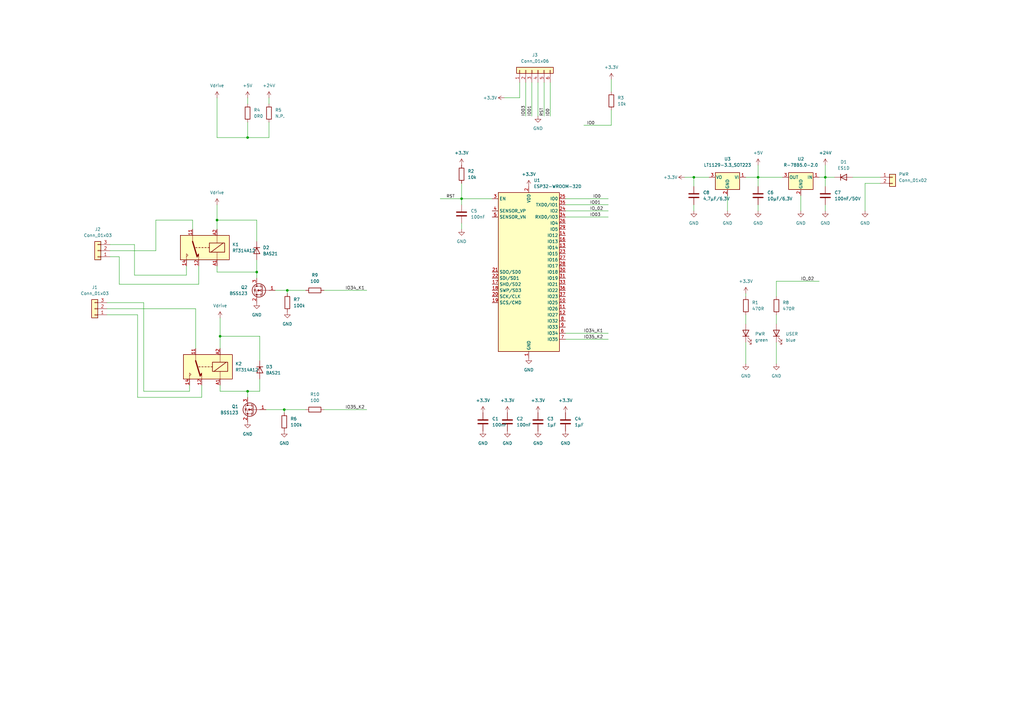
<source format=kicad_sch>
(kicad_sch (version 20211123) (generator eeschema)
  (paper "User" 425.45 299.161)
  (lib_symbols
    (symbol "Connector_Generic:Conn_01x02" (pin_names (offset 1.016) hide)
      (property "Reference" "J" (at 0 2.54 0))
      (property "Value" "Conn_01x02" (at 0 -5.08 0))
      (symbol "Conn_01x02_1_1"
        (rectangle (start -1.27 -2.413) (end 0 -2.667) (stroke (width 0.1524)))
        (rectangle (start -1.27 0.127) (end 0 -0.127) (stroke (width 0.1524)))
        (rectangle (start -1.27 1.27) (end 1.27 -3.81) (stroke (width 0.254)) (fill (type background)))
        (pin passive line (at -5.08 0 0) (length 3.81) (name "Pin_1") (number "1"))
        (pin passive line (at -5.08 -2.54 0) (length 3.81) (name "Pin_2") (number "2"))
      )
    )
    (symbol "Connector_Generic:Conn_01x03" (pin_names (offset 1.016) hide)
      (property "Reference" "J" (at 0 5.08 0))
      (property "Value" "Conn_01x03" (at 0 -5.08 0))
      (symbol "Conn_01x03_1_1"
        (rectangle (start -1.27 -2.413) (end 0 -2.667) (stroke (width 0.1524)))
        (rectangle (start -1.27 0.127) (end 0 -0.127) (stroke (width 0.1524)))
        (rectangle (start -1.27 2.667) (end 0 2.413) (stroke (width 0.1524)))
        (rectangle (start -1.27 3.81) (end 1.27 -3.81) (stroke (width 0.254)) (fill (type background)))
        (pin passive line (at -5.08 2.54 0) (length 3.81) (name "Pin_1") (number "1"))
        (pin passive line (at -5.08 0 0) (length 3.81) (name "Pin_2") (number "2"))
        (pin passive line (at -5.08 -2.54 0) (length 3.81) (name "Pin_3") (number "3"))
      )
    )
    (symbol "Connector_Generic:Conn_01x06" (pin_names (offset 1.016) hide)
      (property "Reference" "J" (at 0 7.62 0))
      (property "Value" "Conn_01x06" (at 0 -10.16 0))
      (symbol "Conn_01x06_1_1"
        (rectangle (start -1.27 -7.493) (end 0 -7.747) (stroke (width 0.1524)))
        (rectangle (start -1.27 -4.953) (end 0 -5.207) (stroke (width 0.1524)))
        (rectangle (start -1.27 -2.413) (end 0 -2.667) (stroke (width 0.1524)))
        (rectangle (start -1.27 0.127) (end 0 -0.127) (stroke (width 0.1524)))
        (rectangle (start -1.27 2.667) (end 0 2.413) (stroke (width 0.1524)))
        (rectangle (start -1.27 5.207) (end 0 4.953) (stroke (width 0.1524)))
        (rectangle (start -1.27 6.35) (end 1.27 -8.89) (stroke (width 0.254)) (fill (type background)))
        (pin passive line (at -5.08 5.08 0) (length 3.81) (name "Pin_1") (number "1"))
        (pin passive line (at -5.08 2.54 0) (length 3.81) (name "Pin_2") (number "2"))
        (pin passive line (at -5.08 0 0) (length 3.81) (name "Pin_3") (number "3"))
        (pin passive line (at -5.08 -2.54 0) (length 3.81) (name "Pin_4") (number "4"))
        (pin passive line (at -5.08 -5.08 0) (length 3.81) (name "Pin_5") (number "5"))
        (pin passive line (at -5.08 -7.62 0) (length 3.81) (name "Pin_6") (number "6"))
      )
    )
    (symbol "Device:C" (pin_numbers hide) (pin_names (offset 0.254))
      (property "Reference" "C" (at 0.635 2.54 0))
      (property "Value" "C" (at 0.635 -2.54 0))
      (symbol "C_0_1"
        (polyline (pts (xy -2.032 -0.762) (xy 2.032 -0.762)) (stroke (width 0.508)))
        (polyline (pts (xy -2.032 0.762) (xy 2.032 0.762)) (stroke (width 0.508)))
      )
      (symbol "C_1_1"
        (pin passive line (at 0 3.81 270) (length 2.794) (name "~") (number "1"))
        (pin passive line (at 0 -3.81 90) (length 2.794) (name "~") (number "2"))
      )
    )
    (symbol "Device:D" (pin_numbers hide) (pin_names (offset 1.016) hide)
      (property "Reference" "D" (at 0 2.54 0))
      (property "Value" "D" (at 0 -2.54 0))
      (symbol "D_0_1"
        (polyline (pts (xy -1.27 1.27) (xy -1.27 -1.27)) (stroke (width 0.254)))
        (polyline (pts (xy 1.27 0) (xy -1.27 0)))
        (polyline (pts (xy 1.27 1.27) (xy 1.27 -1.27) (xy -1.27 0) (xy 1.27 1.27)) (stroke (width 0.254)))
      )
      (symbol "D_1_1"
        (pin passive line (at -3.81 0 0) (length 2.54) (name "K") (number "1"))
        (pin passive line (at 3.81 0 180) (length 2.54) (name "A") (number "2"))
      )
    )
    (symbol "Device:LED" (pin_numbers hide) (pin_names (offset 1.016) hide)
      (property "Reference" "D" (at 0 2.54 0))
      (property "Value" "LED" (at 0 -2.54 0))
      (symbol "LED_0_1"
        (polyline (pts (xy -1.27 -1.27) (xy -1.27 1.27)) (stroke (width 0.254)))
        (polyline (pts (xy -1.27 0) (xy 1.27 0)))
        (polyline (pts (xy 1.27 -1.27) (xy 1.27 1.27) (xy -1.27 0) (xy 1.27 -1.27)) (stroke (width 0.254)))
        (polyline (pts (xy -3.048 -0.762) (xy -4.572 -2.286) (xy -3.81 -2.286) (xy -4.572 -2.286) (xy -4.572 -1.524)))
        (polyline (pts (xy -1.778 -0.762) (xy -3.302 -2.286) (xy -2.54 -2.286) (xy -3.302 -2.286) (xy -3.302 -1.524)))
      )
      (symbol "LED_1_1"
        (pin passive line (at -3.81 0 0) (length 2.54) (name "K") (number "1"))
        (pin passive line (at 3.81 0 180) (length 2.54) (name "A") (number "2"))
      )
    )
    (symbol "Device:R" (pin_numbers hide) (pin_names (offset 0))
      (property "Reference" "R" (at 2.032 0 90))
      (property "Value" "R" (at 0 0 90))
      (symbol "R_0_1"
        (rectangle (start -1.016 -2.54) (end 1.016 2.54) (stroke (width 0.254)))
      )
      (symbol "R_1_1"
        (pin passive line (at 0 3.81 270) (length 1.27) (name "~") (number "1"))
        (pin passive line (at 0 -3.81 90) (length 1.27) (name "~") (number "2"))
      )
    )
    (symbol "Diode:BAS21" (pin_numbers hide) (pin_names hide)
      (property "Reference" "D" (at 0 2.54 0))
      (property "Value" "BAS21" (at 0 -2.54 0))
      (symbol "BAS21_0_1"
        (polyline (pts (xy -1.27 1.27) (xy -1.27 -1.27)) (stroke (width 0.254)))
        (polyline (pts (xy 1.27 0) (xy -1.27 0)))
        (polyline (pts (xy 1.27 1.27) (xy 1.27 -1.27) (xy -1.27 0) (xy 1.27 1.27)) (stroke (width 0.254)))
      )
      (symbol "BAS21_1_1"
        (pin passive line (at 3.81 0 180) (length 2.54) (name "A") (number "1"))
        (pin no_connect line (at -1.27 0 0) (length 2.54) hide (name "NC") (number "2"))
        (pin passive line (at -3.81 0 0) (length 2.54) (name "K") (number "3"))
      )
    )
    (symbol "RF_Module:ESP32-WROOM-32D"
      (property "Reference" "U" (at -12.7 34.29 0))
      (property "Value" "ESP32-WROOM-32D" (at 1.27 34.29 0))
      (symbol "ESP32-WROOM-32D_0_1"
        (rectangle (start -12.7 33.02) (end 12.7 -33.02) (stroke (width 0.254)) (fill (type background)))
      )
      (symbol "ESP32-WROOM-32D_1_1"
        (pin power_in line (at 0 -35.56 90) (length 2.54) (name "GND") (number "1"))
        (pin bidirectional line (at 15.24 -12.7 180) (length 2.54) (name "IO25") (number "10"))
        (pin bidirectional line (at 15.24 -15.24 180) (length 2.54) (name "IO26") (number "11"))
        (pin bidirectional line (at 15.24 -17.78 180) (length 2.54) (name "IO27") (number "12"))
        (pin bidirectional line (at 15.24 10.16 180) (length 2.54) (name "IO14") (number "13"))
        (pin bidirectional line (at 15.24 15.24 180) (length 2.54) (name "IO12") (number "14"))
        (pin passive line (at 0 -35.56 90) (length 2.54) hide (name "GND") (number "15"))
        (pin bidirectional line (at 15.24 12.7 180) (length 2.54) (name "IO13") (number "16"))
        (pin bidirectional line (at -15.24 -5.08 0) (length 2.54) (name "SHD/SD2") (number "17"))
        (pin bidirectional line (at -15.24 -7.62 0) (length 2.54) (name "SWP/SD3") (number "18"))
        (pin bidirectional line (at -15.24 -12.7 0) (length 2.54) (name "SCS/CMD") (number "19"))
        (pin power_in line (at 0 35.56 270) (length 2.54) (name "VDD") (number "2"))
        (pin bidirectional line (at -15.24 -10.16 0) (length 2.54) (name "SCK/CLK") (number "20"))
        (pin bidirectional line (at -15.24 0 0) (length 2.54) (name "SDO/SD0") (number "21"))
        (pin bidirectional line (at -15.24 -2.54 0) (length 2.54) (name "SDI/SD1") (number "22"))
        (pin bidirectional line (at 15.24 7.62 180) (length 2.54) (name "IO15") (number "23"))
        (pin bidirectional line (at 15.24 25.4 180) (length 2.54) (name "IO2") (number "24"))
        (pin bidirectional line (at 15.24 30.48 180) (length 2.54) (name "IO0") (number "25"))
        (pin bidirectional line (at 15.24 20.32 180) (length 2.54) (name "IO4") (number "26"))
        (pin bidirectional line (at 15.24 5.08 180) (length 2.54) (name "IO16") (number "27"))
        (pin bidirectional line (at 15.24 2.54 180) (length 2.54) (name "IO17") (number "28"))
        (pin bidirectional line (at 15.24 17.78 180) (length 2.54) (name "IO5") (number "29"))
        (pin input line (at -15.24 30.48 0) (length 2.54) (name "EN") (number "3"))
        (pin bidirectional line (at 15.24 0 180) (length 2.54) (name "IO18") (number "30"))
        (pin bidirectional line (at 15.24 -2.54 180) (length 2.54) (name "IO19") (number "31"))
        (pin no_connect line (at -12.7 -27.94 0) (length 2.54) hide (name "NC") (number "32"))
        (pin bidirectional line (at 15.24 -5.08 180) (length 2.54) (name "IO21") (number "33"))
        (pin bidirectional line (at 15.24 22.86 180) (length 2.54) (name "RXD0/IO3") (number "34"))
        (pin bidirectional line (at 15.24 27.94 180) (length 2.54) (name "TXD0/IO1") (number "35"))
        (pin bidirectional line (at 15.24 -7.62 180) (length 2.54) (name "IO22") (number "36"))
        (pin bidirectional line (at 15.24 -10.16 180) (length 2.54) (name "IO23") (number "37"))
        (pin passive line (at 0 -35.56 90) (length 2.54) hide (name "GND") (number "38"))
        (pin passive line (at 0 -35.56 90) (length 2.54) hide (name "GND") (number "39"))
        (pin input line (at -15.24 25.4 0) (length 2.54) (name "SENSOR_VP") (number "4"))
        (pin input line (at -15.24 22.86 0) (length 2.54) (name "SENSOR_VN") (number "5"))
        (pin input line (at 15.24 -25.4 180) (length 2.54) (name "IO34") (number "6"))
        (pin input line (at 15.24 -27.94 180) (length 2.54) (name "IO35") (number "7"))
        (pin bidirectional line (at 15.24 -20.32 180) (length 2.54) (name "IO32") (number "8"))
        (pin bidirectional line (at 15.24 -22.86 180) (length 2.54) (name "IO33") (number "9"))
      )
    )
    (symbol "Regulator_Linear:LT1129-3.3_SOT223" (pin_names (offset 0.254))
      (property "Reference" "U" (at -3.81 3.175 0))
      (property "Value" "LT1129-3.3_SOT223" (at 0 3.175 0))
      (symbol "LT1129-3.3_SOT223_0_1"
        (rectangle (start -5.08 -5.08) (end 5.08 1.905) (stroke (width 0.254)) (fill (type background)))
      )
      (symbol "LT1129-3.3_SOT223_1_1"
        (pin power_in line (at -7.62 0 0) (length 2.54) (name "VI") (number "1"))
        (pin power_in line (at 0 -7.62 90) (length 2.54) (name "GND") (number "2"))
        (pin power_out line (at 7.62 0 180) (length 2.54) (name "VO") (number "3"))
      )
    )
    (symbol "Regulator_Switching:R-78B5.0-2.0" (pin_names (offset 0.254))
      (property "Reference" "U" (at -3.81 3.175 0))
      (property "Value" "R-78B5.0-2.0" (at 0 3.175 0))
      (symbol "R-78B5.0-2.0_0_1"
        (rectangle (start -5.08 1.905) (end 5.08 -5.08) (stroke (width 0.254)) (fill (type background)))
      )
      (symbol "R-78B5.0-2.0_1_1"
        (pin power_in line (at -7.62 0 0) (length 2.54) (name "IN") (number "1"))
        (pin power_in line (at 0 -7.62 90) (length 2.54) (name "GND") (number "2"))
        (pin power_out line (at 7.62 0 180) (length 2.54) (name "OUT") (number "3"))
      )
    )
    (symbol "Relay:RT314A12"
      (property "Reference" "K" (at 11.43 3.81 0))
      (property "Value" "RT314A12" (at 11.43 1.27 0))
      (symbol "RT314A12_0_0"
        (polyline (pts (xy -2.54 1.905) (xy -7.62 -1.905)) (stroke (width 0.254)))
      )
      (symbol "RT314A12_0_1"
        (rectangle (start -10.16 5.08) (end 10.16 -5.08) (stroke (width 0.254)) (fill (type background)))
        (rectangle (start -8.255 1.905) (end -1.905 -1.905) (stroke (width 0.254)))
        (polyline (pts (xy -5.08 -5.08) (xy -5.08 -1.905)))
        (polyline (pts (xy -5.08 5.08) (xy -5.08 1.905)))
        (polyline (pts (xy -1.905 0) (xy -1.27 0)) (stroke (width 0.254)))
        (polyline (pts (xy -0.635 0) (xy 0 0)) (stroke (width 0.254)))
        (polyline (pts (xy 0.635 0) (xy 1.27 0)) (stroke (width 0.254)))
        (polyline (pts (xy 1.905 0) (xy 2.54 0)) (stroke (width 0.254)))
        (polyline (pts (xy 3.175 0) (xy 3.81 0)) (stroke (width 0.254)))
        (polyline (pts (xy 5.08 -2.54) (xy 3.175 3.81)) (stroke (width 0.508)))
        (polyline (pts (xy 5.08 -2.54) (xy 5.08 -5.08)))
        (polyline (pts (xy 2.54 5.08) (xy 2.54 2.54) (xy 3.175 3.175) (xy 2.54 3.81)) (fill (type outline)))
        (polyline (pts (xy 7.62 5.08) (xy 7.62 2.54) (xy 6.985 3.175) (xy 7.62 3.81)))
      )
      (symbol "RT314A12_1_1"
        (pin passive line (at 5.08 -7.62 90) (length 2.54) (name "~") (number "11"))
        (pin passive line (at 2.54 7.62 270) (length 2.54) (name "~") (number "12"))
        (pin passive line (at 7.62 7.62 270) (length 2.54) (name "~") (number "14"))
        (pin passive line (at -5.08 7.62 270) (length 2.54) (name "~") (number "A1"))
        (pin passive line (at -5.08 -7.62 90) (length 2.54) (name "~") (number "A2"))
      )
    )
    (symbol "Transistor_FET:BSS123" (pin_names hide)
      (property "Reference" "Q" (at 5.08 1.905 0))
      (property "Value" "BSS123" (at 5.08 0 0))
      (symbol "BSS123_0_1"
        (polyline (pts (xy 0.254 0) (xy -2.54 0)))
        (polyline (pts (xy 0.254 1.905) (xy 0.254 -1.905)) (stroke (width 0.254)))
        (polyline (pts (xy 0.762 -1.27) (xy 0.762 -2.286)) (stroke (width 0.254)))
        (polyline (pts (xy 0.762 0.508) (xy 0.762 -0.508)) (stroke (width 0.254)))
        (polyline (pts (xy 0.762 2.286) (xy 0.762 1.27)) (stroke (width 0.254)))
        (polyline (pts (xy 2.54 2.54) (xy 2.54 1.778)))
        (polyline (pts (xy 2.54 -2.54) (xy 2.54 0) (xy 0.762 0)))
        (polyline (pts (xy 0.762 -1.778) (xy 3.302 -1.778) (xy 3.302 1.778) (xy 0.762 1.778)))
        (polyline (pts (xy 1.016 0) (xy 2.032 0.381) (xy 2.032 -0.381) (xy 1.016 0)) (fill (type outline)))
        (polyline (pts (xy 2.794 0.508) (xy 2.921 0.381) (xy 3.683 0.381) (xy 3.81 0.254)))
        (polyline (pts (xy 3.302 0.381) (xy 2.921 -0.254) (xy 3.683 -0.254) (xy 3.302 0.381)))
        (circle (center 1.651 0) (radius 2.794) (stroke (width 0.254)))
        (circle (center 2.54 -1.778) (radius 0.254) (fill (type outline)))
        (circle (center 2.54 1.778) (radius 0.254) (fill (type outline)))
      )
      (symbol "BSS123_1_1"
        (pin input line (at -5.08 0 0) (length 2.54) (name "G") (number "1"))
        (pin passive line (at 2.54 -5.08 90) (length 2.54) (name "S") (number "2"))
        (pin passive line (at 2.54 5.08 270) (length 2.54) (name "D") (number "3"))
      )
    )
    (symbol "power:+24V" (power) (pin_names (offset 0))
      (property "Value" "+24V" (at 0 3.556 0))
      (symbol "+24V_0_1"
        (polyline (pts (xy -0.762 1.27) (xy 0 2.54)))
        (polyline (pts (xy 0 0) (xy 0 2.54)))
        (polyline (pts (xy 0 2.54) (xy 0.762 1.27)))
      )
      (symbol "+24V_1_1"
        (pin power_in line (at 0 0 90) (length 0) hide (name "+24V") (number "1"))
      )
    )
    (symbol "power:+3.3V" (power) (pin_names (offset 0))
      (property "Value" "+3.3V" (at 0 3.556 0))
      (symbol "+3.3V_0_1"
        (polyline (pts (xy -0.762 1.27) (xy 0 2.54)))
        (polyline (pts (xy 0 0) (xy 0 2.54)))
        (polyline (pts (xy 0 2.54) (xy 0.762 1.27)))
      )
      (symbol "+3.3V_1_1"
        (pin power_in line (at 0 0 90) (length 0) hide (name "+3.3V") (number "1"))
      )
    )
    (symbol "power:+5V" (power) (pin_names (offset 0))
      (property "Value" "+5V" (at 0 3.556 0))
      (symbol "+5V_0_1"
        (polyline (pts (xy -0.762 1.27) (xy 0 2.54)))
        (polyline (pts (xy 0 0) (xy 0 2.54)))
        (polyline (pts (xy 0 2.54) (xy 0.762 1.27)))
      )
      (symbol "+5V_1_1"
        (pin power_in line (at 0 0 90) (length 0) hide (name "+5V") (number "1"))
      )
    )
    (symbol "power:GND" (power) (pin_names (offset 0))
      (property "Value" "GND" (at 0 -3.81 0))
      (symbol "GND_0_1"
        (polyline (pts (xy 0 0) (xy 0 -1.27) (xy 1.27 -1.27) (xy 0 -2.54) (xy -1.27 -1.27) (xy 0 -1.27)))
      )
      (symbol "GND_1_1"
        (pin power_in line (at 0 0 270) (length 0) hide (name "GND") (number "1"))
      )
    )
    (symbol "power:Vdrive" (power) (pin_names (offset 0))
      (property "Value" "Vdrive" (at 0 3.81 0))
      (symbol "Vdrive_0_1"
        (polyline (pts (xy -0.762 1.27) (xy 0 2.54)))
        (polyline (pts (xy 0 0) (xy 0 2.54)))
        (polyline (pts (xy 0 2.54) (xy 0.762 1.27)))
      )
      (symbol "Vdrive_1_1"
        (pin power_in line (at 0 0 90) (length 0) hide (name "Vdrive") (number "1"))
      )
    )
  )
  (junction (at 342.9 73.66))
  (junction (at 102.87 57.15))
  (junction (at 106.68 113.03))
  (junction (at 288.29 73.66))
  (junction (at 191.77 82.55))
  (junction (at 118.11 170.18))
  (junction (at 102.87 162.56))
  (junction (at 119.38 120.65))
  (junction (at 90.17 91.44))
  (junction (at 91.44 139.7))
  (junction (at 314.96 73.66))
  (wire (pts (xy 322.58 134.62) (xy 322.58 130.81)))
  (wire (pts (xy 102.87 40.64) (xy 102.87 43.18)))
  (wire (pts (xy 49.53 106.68) (xy 49.53 118.11)))
  (wire (pts (xy 90.17 40.64) (xy 90.17 57.15)))
  (wire (pts (xy 107.95 157.48) (xy 107.95 162.56)))
  (wire (pts (xy 309.88 73.66) (xy 314.96 73.66)))
  (wire (pts (xy 81.28 128.27) (xy 81.28 144.78)))
  (wire (pts (xy 342.9 68.58) (xy 342.9 73.66)))
  (wire (pts (xy 191.77 82.55) (xy 191.77 76.2)))
  (wire (pts (xy 254 45.72) (xy 254 52.07)))
  (wire (pts (xy 90.17 85.09) (xy 90.17 91.44)))
  (wire (pts (xy 288.29 87.63) (xy 288.29 85.09)))
  (wire (pts (xy 102.87 162.56) (xy 102.87 165.1)))
  (wire (pts (xy 111.76 40.64) (xy 111.76 43.18)))
  (wire (pts (xy 80.01 95.25) (xy 80.01 91.44)))
  (wire (pts (xy 55.88 114.3) (xy 55.88 101.6)))
  (wire (pts (xy 91.44 132.08) (xy 91.44 139.7)))
  (wire (pts (xy 64.77 91.44) (xy 64.77 104.14)))
  (wire (pts (xy 365.76 73.66) (xy 354.33 73.66)))
  (wire (pts (xy 215.9 40.64) (xy 215.9 34.29)))
  (wire (pts (xy 45.72 106.68) (xy 49.53 106.68)))
  (wire (pts (xy 234.95 87.63) (xy 252.73 87.63)))
  (wire (pts (xy 77.47 114.3) (xy 55.88 114.3)))
  (wire (pts (xy 332.74 81.28) (xy 332.74 87.63)))
  (wire (pts (xy 322.58 116.84) (xy 340.36 116.84)))
  (wire (pts (xy 288.29 73.66) (xy 294.64 73.66)))
  (wire (pts (xy 359.41 76.2) (xy 365.76 76.2)))
  (wire (pts (xy 110.49 170.18) (xy 118.11 170.18)))
  (wire (pts (xy 57.15 165.1) (xy 57.15 130.81)))
  (wire (pts (xy 314.96 68.58) (xy 314.96 73.66)))
  (wire (pts (xy 322.58 123.19) (xy 322.58 116.84)))
  (wire (pts (xy 226.06 48.26) (xy 226.06 34.29)))
  (wire (pts (xy 106.68 115.57) (xy 106.68 113.03)))
  (wire (pts (xy 118.11 170.18) (xy 127 170.18)))
  (wire (pts (xy 82.55 118.11) (xy 82.55 110.49)))
  (wire (pts (xy 49.53 118.11) (xy 82.55 118.11)))
  (wire (pts (xy 102.87 57.15) (xy 111.76 57.15)))
  (wire (pts (xy 234.95 138.43) (xy 252.73 138.43)))
  (wire (pts (xy 234.95 90.17) (xy 252.73 90.17)))
  (wire (pts (xy 234.95 82.55) (xy 252.73 82.55)))
  (wire (pts (xy 254 52.07) (xy 242.57 52.07)))
  (wire (pts (xy 134.62 170.18) (xy 152.4 170.18)))
  (wire (pts (xy 90.17 113.03) (xy 90.17 110.49)))
  (wire (pts (xy 309.88 142.24) (xy 309.88 151.13)))
  (wire (pts (xy 59.69 162.56) (xy 78.74 162.56)))
  (wire (pts (xy 223.52 48.26) (xy 223.52 34.29)))
  (wire (pts (xy 342.9 77.47) (xy 342.9 73.66)))
  (wire (pts (xy 44.45 125.73) (xy 59.69 125.73)))
  (wire (pts (xy 106.68 113.03) (xy 90.17 113.03)))
  (wire (pts (xy 91.44 139.7) (xy 91.44 144.78)))
  (wire (pts (xy 254 33.02) (xy 254 38.1)))
  (wire (pts (xy 91.44 162.56) (xy 102.87 162.56)))
  (wire (pts (xy 78.74 162.56) (xy 78.74 160.02)))
  (wire (pts (xy 228.6 34.29) (xy 228.6 48.26)))
  (wire (pts (xy 220.98 48.26) (xy 220.98 34.29)))
  (wire (pts (xy 204.47 82.55) (xy 191.77 82.55)))
  (wire (pts (xy 302.26 87.63) (xy 302.26 81.28)))
  (wire (pts (xy 106.68 107.95) (xy 106.68 113.03)))
  (wire (pts (xy 209.55 40.64) (xy 215.9 40.64)))
  (wire (pts (xy 77.47 110.49) (xy 77.47 114.3)))
  (wire (pts (xy 284.48 73.66) (xy 288.29 73.66)))
  (wire (pts (xy 83.82 165.1) (xy 57.15 165.1)))
  (wire (pts (xy 314.96 73.66) (xy 325.12 73.66)))
  (wire (pts (xy 83.82 160.02) (xy 83.82 165.1)))
  (wire (pts (xy 119.38 120.65) (xy 127 120.65)))
  (wire (pts (xy 107.95 162.56) (xy 102.87 162.56)))
  (wire (pts (xy 342.9 87.63) (xy 342.9 85.09)))
  (wire (pts (xy 111.76 50.8) (xy 111.76 57.15)))
  (wire (pts (xy 59.69 125.73) (xy 59.69 162.56)))
  (wire (pts (xy 191.77 85.09) (xy 191.77 82.55)))
  (wire (pts (xy 218.44 48.26) (xy 218.44 34.29)))
  (wire (pts (xy 322.58 142.24) (xy 322.58 151.13)))
  (wire (pts (xy 107.95 139.7) (xy 91.44 139.7)))
  (wire (pts (xy 342.9 73.66) (xy 340.36 73.66)))
  (wire (pts (xy 106.68 91.44) (xy 90.17 91.44)))
  (wire (pts (xy 114.3 120.65) (xy 119.38 120.65)))
  (wire (pts (xy 359.41 87.63) (xy 359.41 76.2)))
  (wire (pts (xy 309.88 123.19) (xy 309.88 121.92)))
  (wire (pts (xy 90.17 57.15) (xy 102.87 57.15)))
  (wire (pts (xy 107.95 149.86) (xy 107.95 139.7)))
  (wire (pts (xy 102.87 50.8) (xy 102.87 57.15)))
  (wire (pts (xy 64.77 91.44) (xy 80.01 91.44)))
  (wire (pts (xy 288.29 77.47) (xy 288.29 73.66)))
  (wire (pts (xy 90.17 91.44) (xy 90.17 95.25)))
  (wire (pts (xy 91.44 160.02) (xy 91.44 162.56)))
  (wire (pts (xy 57.15 130.81) (xy 44.45 130.81)))
  (wire (pts (xy 44.45 128.27) (xy 81.28 128.27)))
  (wire (pts (xy 118.11 170.18) (xy 118.11 171.45)))
  (wire (pts (xy 234.95 85.09) (xy 252.73 85.09)))
  (wire (pts (xy 314.96 77.47) (xy 314.96 73.66)))
  (wire (pts (xy 119.38 120.65) (xy 119.38 121.92)))
  (wire (pts (xy 191.77 95.25) (xy 191.77 92.71)))
  (wire (pts (xy 191.77 82.55) (xy 182.88 82.55)))
  (wire (pts (xy 314.96 87.63) (xy 314.96 85.09)))
  (wire (pts (xy 234.95 140.97) (xy 252.73 140.97)))
  (wire (pts (xy 55.88 101.6) (xy 45.72 101.6)))
  (wire (pts (xy 64.77 104.14) (xy 45.72 104.14)))
  (wire (pts (xy 106.68 100.33) (xy 106.68 91.44)))
  (wire (pts (xy 309.88 134.62) (xy 309.88 130.81)))
  (wire (pts (xy 346.71 73.66) (xy 342.9 73.66)))
  (wire (pts (xy 134.62 120.65) (xy 152.4 120.65)))
  (label "RST" (at 185.42 82.55 0) (effects (font (size 1.2446 1.2446))))
  (label "IO0" (at 246.38 82.55 0) (effects (font (size 1.2446 1.2446))))
  (label "IO01" (at 245.11 85.09 0) (effects (font (size 1.2446 1.2446))))
  (label "IO_02" (at 245.11 87.63 0))
  (label "IO01" (at 220.98 48.26 90) (effects (font (size 1.2446 1.2446))))
  (label "RST" (at 226.06 48.26 90) (effects (font (size 1.2446 1.2446))))
  (label "IO03" (at 245.11 90.17 0) (effects (font (size 1.2446 1.2446))))
  (label "IO0" (at 243.84 52.07 0) (effects (font (size 1.2446 1.2446))))
  (label "IO_02" (at 332.74 116.84 0))
  (label "IO0" (at 228.6 48.26 90) (effects (font (size 1.2446 1.2446))))
  (label "IO03" (at 218.44 48.26 90) (effects (font (size 1.2446 1.2446))))
  (label "IO34_K1" (at 242.57 138.43 0))
  (label "IO35_K2" (at 242.57 140.97 0))
  (label "IO35_K2" (at 143.51 170.18 0))
  (label "IO34_K1" (at 143.51 120.65 0))
  (symbol (lib_id "Device:R") (at 118.11 175.26 0) (unit 1)
    (property "Reference" "R6" (at 120.65 173.9899 0) (effects (justify left)))
    (property "Value" "100k" (at 120.65 176.5299 0) (effects (justify left)))
    (property "Footprint" "Resistor_SMD:R_0603_1608Metric" (effects hide))
  )
  (symbol (lib_id "Transistor_FET:BSS123") (at 109.22 120.65 0) (mirror y) (unit 1)
    (property "Reference" "Q2" (at 102.87 119.3799 0) (effects (justify left)))
    (property "Value" "BSS123" (at 102.87 121.9199 0) (effects (justify left)))
    (property "Footprint" "Package_TO_SOT_SMD:SOT-23" (effects hide))
    (property "Datasheet" "http://www.diodes.com/assets/Datasheets/ds30366.pdf" (effects hide))
  )
  (symbol (lib_id "Device:C") (at 342.9 81.28 0) (unit 1)
    (property "Reference" "C7" (at 346.71 80.0099 0) (effects (justify left)))
    (property "Value" "100nF/50V" (at 346.71 82.5499 0) (effects (justify left)))
    (property "Footprint" "Capacitor_SMD:C_0603_1608Metric" (effects hide))
  )
  (symbol (lib_id "power:+5V") (at 102.87 40.64 0) (unit 1)
    (property "Reference" "#PWR026" (effects hide))
    (property "Value" "+5V" (at 102.87 35.56 0))
  )
  (symbol (lib_id "power:GND") (at 288.29 87.63 0) (unit 1)
    (property "Reference" "#PWR034" (effects hide))
    (property "Value" "GND" (at 288.29 92.71 0))
  )
  (symbol (lib_id "power:+3.3V") (at 219.71 77.47 0) (unit 1)
    (property "Reference" "#PWR014" (effects hide))
    (property "Value" "+3.3V" (at 219.71 72.39 0))
  )
  (symbol (lib_id "Device:LED") (at 309.88 138.43 90) (unit 1)
    (property "Reference" "PWR" (at 313.69 138.7474 90) (effects (justify right)))
    (property "Value" "green" (at 313.69 141.2874 90) (effects (justify right)))
    (property "Footprint" "LED_SMD:LED_0603_1608Metric" (effects hide))
  )
  (symbol (lib_id "Relay:RT314A12") (at 86.36 152.4 180) (unit 1)
    (property "Reference" "K2" (at 97.79 151.1299 0) (effects (justify right)))
    (property "Value" "RT314A12" (at 97.79 153.6699 0) (effects (justify right)))
    (property "Footprint" "Relay_THT:Relay_SPDT_Schrack-RT1-16A-FormC_RM5mm" (effects hide))
    (property "Datasheet" "https://www.te.com/commerce/DocumentDelivery/DDEController?Action=srchrtrv&DocNm=RT1_bistable&DocType=DS&DocLang=English" (effects hide))
  )
  (symbol (lib_id "Device:C") (at 223.52 175.26 0) (unit 1)
    (property "Reference" "C3" (at 227.33 173.9899 0) (effects (justify left)))
    (property "Value" "1µF" (at 227.33 176.5299 0) (effects (justify left)))
    (property "Footprint" "Capacitor_SMD:C_0603_1608Metric" (effects hide))
  )
  (symbol (lib_id "power:+3.3V") (at 284.48 73.66 90) (unit 1)
    (property "Reference" "#PWR018" (effects hide))
    (property "Value" "+3.3V" (at 275.59 73.66 90) (effects (justify right)))
  )
  (symbol (lib_id "power:+3.3V") (at 191.77 68.58 0) (unit 1)
    (property "Reference" "#PWR011" (effects hide))
    (property "Value" "+3.3V" (at 191.77 63.5 0))
  )
  (symbol (lib_id "power:GND") (at 322.58 151.13 0) (unit 1)
    (property "Reference" "#PWR036" (effects hide))
    (property "Value" "GND" (at 322.58 156.21 0))
  )
  (symbol (lib_id "power:Vdrive") (at 90.17 40.64 0) (unit 1)
    (property "Reference" "#PWR023" (effects hide))
    (property "Value" "Vdrive" (at 90.17 35.56 0))
  )
  (symbol (lib_id "power:GND") (at 332.74 87.63 0) (unit 1)
    (property "Reference" "#PWR020" (effects hide))
    (property "Value" "GND" (at 332.74 92.71 0))
  )
  (symbol (lib_id "power:GND") (at 309.88 151.13 0) (unit 1)
    (property "Reference" "#PWR06" (effects hide))
    (property "Value" "GND" (at 309.88 156.21 0))
  )
  (symbol (lib_id "Device:R") (at 191.77 72.39 0) (unit 1)
    (property "Reference" "R2" (at 194.31 71.1199 0) (effects (justify left)))
    (property "Value" "10k" (at 194.31 73.6599 0) (effects (justify left)))
    (property "Footprint" "Resistor_SMD:R_0603_1608Metric" (effects hide))
  )
  (symbol (lib_id "power:GND") (at 223.52 48.26 0) (unit 1)
    (property "Reference" "#PWR016" (effects hide))
    (property "Value" "GND" (at 223.52 53.34 0))
  )
  (symbol (lib_id "power:+5V") (at 314.96 68.58 0) (unit 1)
    (property "Reference" "#PWR032" (effects hide))
    (property "Value" "+5V" (at 314.96 63.5 0))
  )
  (symbol (lib_id "power:GND") (at 302.26 87.63 0) (unit 1)
    (property "Reference" "#PWR035" (effects hide))
    (property "Value" "GND" (at 302.26 92.71 0))
  )
  (symbol (lib_id "Device:C") (at 200.66 175.26 0) (unit 1)
    (property "Reference" "C1" (at 204.47 173.9899 0) (effects (justify left)))
    (property "Value" "100nF" (at 204.47 176.5299 0) (effects (justify left)))
    (property "Footprint" "Capacitor_SMD:C_0603_1608Metric" (effects hide))
  )
  (symbol (lib_id "Device:R") (at 119.38 125.73 0) (unit 1)
    (property "Reference" "R7" (at 121.92 124.4599 0) (effects (justify left)))
    (property "Value" "100k" (at 121.92 126.9999 0) (effects (justify left)))
    (property "Footprint" "Resistor_SMD:R_0603_1608Metric" (effects hide))
  )
  (symbol (lib_id "Diode:BAS21") (at 106.68 104.14 270) (unit 1)
    (property "Reference" "D2" (at 109.22 102.8699 90) (effects (justify left)))
    (property "Value" "BAS21" (at 109.22 105.4099 90) (effects (justify left)))
    (property "Footprint" "Package_TO_SOT_SMD:SOT-23" (effects hide))
    (property "Datasheet" "https://www.diodes.com/assets/Datasheets/Ds12004.pdf" (effects hide))
  )
  (symbol (lib_id "Device:C") (at 288.29 81.28 0) (unit 1)
    (property "Reference" "C8" (at 292.1 80.0099 0) (effects (justify left)))
    (property "Value" "4,7µF/6,3V" (at 292.1 82.5499 0) (effects (justify left)))
    (property "Footprint" "Capacitor_SMD:C_0603_1608Metric" (effects hide))
  )
  (symbol (lib_id "power:GND") (at 359.41 87.63 0) (unit 1)
    (property "Reference" "#PWR022" (effects hide))
    (property "Value" "GND" (at 359.41 92.71 0))
  )
  (symbol (lib_id "power:GND") (at 314.96 87.63 0) (unit 1)
    (property "Reference" "#PWR019" (effects hide))
    (property "Value" "GND" (at 314.96 92.71 0))
  )
  (symbol (lib_id "RF_Module:ESP32-WROOM-32D") (at 219.71 113.03 0) (unit 1)
    (property "Reference" "U1" (at 221.7294 74.93 0) (effects (justify left)))
    (property "Value" "ESP32-WROOM-32D" (at 221.7294 77.47 0) (effects (justify left)))
    (property "Footprint" "RF_Module:ESP32-WROOM-32" (effects hide))
    (property "Datasheet" "https://www.espressif.com/sites/default/files/documentation/esp32-wroom-32d_esp32-wroom-32u_datasheet_en.pdf" (effects hide))
  )
  (symbol (lib_id "Connector_Generic:Conn_01x06") (at 220.98 29.21 90) (unit 1)
    (property "Reference" "J3" (at 222.25 22.86 90))
    (property "Value" "Conn_01x06" (at 222.25 25.4 90))
    (property "Footprint" "Connector_PinHeader_2.54mm:PinHeader_1x06_P2.54mm_Vertical" (effects hide))
  )
  (symbol (lib_id "power:+3.3V") (at 223.52 171.45 0) (unit 1)
    (property "Reference" "#PWR07" (effects hide))
    (property "Value" "+3.3V" (at 223.52 166.37 0))
  )
  (symbol (lib_id "power:+3.3V") (at 309.88 121.92 0) (unit 1)
    (property "Reference" "#PWR05" (effects hide))
    (property "Value" "+3.3V" (at 309.88 116.84 0))
  )
  (symbol (lib_id "Transistor_FET:BSS123") (at 105.41 170.18 0) (mirror y) (unit 1)
    (property "Reference" "Q1" (at 99.06 168.9099 0) (effects (justify left)))
    (property "Value" "BSS123" (at 99.06 171.4499 0) (effects (justify left)))
    (property "Footprint" "Package_TO_SOT_SMD:SOT-23" (effects hide))
    (property "Datasheet" "http://www.diodes.com/assets/Datasheets/ds30366.pdf" (effects hide))
  )
  (symbol (lib_id "Device:C") (at 234.95 175.26 0) (unit 1)
    (property "Reference" "C4" (at 238.76 173.9899 0) (effects (justify left)))
    (property "Value" "1µF" (at 238.76 176.5299 0) (effects (justify left)))
    (property "Footprint" "Capacitor_SMD:C_0603_1608Metric" (effects hide))
  )
  (symbol (lib_id "power:+24V") (at 111.76 40.64 0) (unit 1)
    (property "Reference" "#PWR029" (effects hide))
    (property "Value" "+24V" (at 111.76 35.56 0))
  )
  (symbol (lib_id "power:GND") (at 223.52 179.07 0) (unit 1)
    (property "Reference" "#PWR08" (effects hide))
    (property "Value" "GND" (at 223.52 184.15 0))
  )
  (symbol (lib_id "power:+3.3V") (at 210.82 171.45 0) (unit 1)
    (property "Reference" "#PWR03" (effects hide))
    (property "Value" "+3.3V" (at 210.82 166.37 0))
  )
  (symbol (lib_id "Device:R") (at 130.81 120.65 90) (unit 1)
    (property "Reference" "R9" (at 130.81 114.3 90))
    (property "Value" "100" (at 130.81 116.84 90))
    (property "Footprint" "Resistor_SMD:R_0603_1608Metric" (effects hide))
  )
  (symbol (lib_id "Device:C") (at 314.96 81.28 0) (unit 1)
    (property "Reference" "C6" (at 318.77 80.0099 0) (effects (justify left)))
    (property "Value" "10µF/6,3V" (at 318.77 82.5499 0) (effects (justify left)))
    (property "Footprint" "Capacitor_SMD:C_0603_1608Metric" (effects hide))
  )
  (symbol (lib_id "Connector_Generic:Conn_01x03") (at 39.37 128.27 180) (unit 1)
    (property "Reference" "J1" (at 39.37 119.38 0))
    (property "Value" "Conn_01x03" (at 39.37 121.92 0))
    (property "Footprint" "Connector_Phoenix_MC_HighVoltage:PhoenixContact_MCV_1,5_3-G-5.08_1x03_P5.08mm_Vertical" (effects hide))
  )
  (symbol (lib_id "power:GND") (at 106.68 125.73 0) (unit 1)
    (property "Reference" "#PWR028" (effects hide))
    (property "Value" "GND" (at 106.68 130.81 0))
  )
  (symbol (lib_id "power:+24V") (at 342.9 68.58 0) (unit 1)
    (property "Reference" "#PWR033" (effects hide))
    (property "Value" "+24V" (at 342.9 63.5 0))
  )
  (symbol (lib_id "Device:R") (at 322.58 127 0) (unit 1)
    (property "Reference" "R8" (at 325.12 125.7299 0) (effects (justify left)))
    (property "Value" "470R" (at 325.12 128.2699 0) (effects (justify left)))
    (property "Footprint" "Resistor_SMD:R_0603_1608Metric" (effects hide))
  )
  (symbol (lib_id "Device:C") (at 191.77 88.9 0) (unit 1)
    (property "Reference" "C5" (at 195.58 87.6299 0) (effects (justify left)))
    (property "Value" "100nF" (at 195.58 90.1699 0) (effects (justify left)))
    (property "Footprint" "Capacitor_SMD:C_0603_1608Metric" (effects hide))
  )
  (symbol (lib_id "power:+3.3V") (at 209.55 40.64 90) (unit 1)
    (property "Reference" "#PWR013" (effects hide))
    (property "Value" "+3.3V" (at 200.66 40.64 90) (effects (justify right)))
  )
  (symbol (lib_id "Relay:RT314A12") (at 85.09 102.87 180) (unit 1)
    (property "Reference" "K1" (at 96.52 101.5999 0) (effects (justify right)))
    (property "Value" "RT314A12" (at 96.52 104.1399 0) (effects (justify right)))
    (property "Footprint" "Relay_THT:Relay_SPDT_Schrack-RT1-16A-FormC_RM5mm" (effects hide))
    (property "Datasheet" "https://www.te.com/commerce/DocumentDelivery/DDEController?Action=srchrtrv&DocNm=RT1_bistable&DocType=DS&DocLang=English" (effects hide))
  )
  (symbol (lib_id "power:GND") (at 234.95 179.07 0) (unit 1)
    (property "Reference" "#PWR010" (effects hide))
    (property "Value" "GND" (at 234.95 184.15 0))
  )
  (symbol (lib_id "Device:R") (at 130.81 170.18 90) (unit 1)
    (property "Reference" "R10" (at 130.81 163.83 90))
    (property "Value" "100" (at 130.81 166.37 90))
    (property "Footprint" "Resistor_SMD:R_0603_1608Metric" (effects hide))
  )
  (symbol (lib_id "Device:R") (at 111.76 46.99 0) (unit 1)
    (property "Reference" "R5" (at 114.3 45.7199 0) (effects (justify left)))
    (property "Value" "N.P." (at 114.3 48.2599 0) (effects (justify left)))
    (property "Footprint" "Resistor_SMD:R_0603_1608Metric" (effects hide))
  )
  (symbol (lib_id "Connector_Generic:Conn_01x02") (at 370.84 73.66 0) (unit 1)
    (property "Reference" "PWR" (at 373.38 72.3899 0) (effects (justify left)))
    (property "Value" "Conn_01x02" (at 373.38 74.9299 0) (effects (justify left)))
    (property "Footprint" "Connector_Phoenix_MC_HighVoltage:PhoenixContact_MCV_1,5_2-G-5.08_1x02_P5.08mm_Vertical" (effects hide))
  )
  (symbol (lib_id "Device:LED") (at 322.58 138.43 90) (unit 1)
    (property "Reference" "USER" (at 326.39 138.7474 90) (effects (justify right)))
    (property "Value" "blue" (at 326.39 141.2874 90) (effects (justify right)))
    (property "Footprint" "LED_SMD:LED_0603_1608Metric" (effects hide))
  )
  (symbol (lib_id "power:+3.3V") (at 254 33.02 0) (unit 1)
    (property "Reference" "#PWR017" (effects hide))
    (property "Value" "+3.3V" (at 254 27.94 0))
  )
  (symbol (lib_id "power:GND") (at 102.87 175.26 0) (unit 1)
    (property "Reference" "#PWR027" (effects hide))
    (property "Value" "GND" (at 102.87 180.34 0))
  )
  (symbol (lib_id "Connector_Generic:Conn_01x03") (at 40.64 104.14 180) (unit 1)
    (property "Reference" "J2" (at 40.64 95.25 0))
    (property "Value" "Conn_01x03" (at 40.64 97.79 0))
    (property "Footprint" "Connector_Phoenix_MC_HighVoltage:PhoenixContact_MCV_1,5_3-G-5.08_1x03_P5.08mm_Vertical" (effects hide))
  )
  (symbol (lib_id "power:Vdrive") (at 91.44 132.08 0) (unit 1)
    (property "Reference" "#PWR025" (effects hide))
    (property "Value" "Vdrive" (at 91.44 127 0))
  )
  (symbol (lib_id "Device:D") (at 350.52 73.66 0) (unit 1)
    (property "Reference" "D1" (at 350.52 67.31 0))
    (property "Value" "ES1D" (at 350.52 69.85 0))
    (property "Footprint" "Diode_SMD:D_SMA" (effects hide))
  )
  (symbol (lib_id "power:GND") (at 210.82 179.07 0) (unit 1)
    (property "Reference" "#PWR04" (effects hide))
    (property "Value" "GND" (at 210.82 184.15 0))
  )
  (symbol (lib_id "Device:C") (at 210.82 175.26 0) (unit 1)
    (property "Reference" "C2" (at 214.63 173.9899 0) (effects (justify left)))
    (property "Value" "100nF" (at 214.63 176.5299 0) (effects (justify left)))
    (property "Footprint" "Capacitor_SMD:C_0603_1608Metric" (effects hide))
  )
  (symbol (lib_id "Regulator_Switching:R-78B5.0-2.0") (at 332.74 73.66 0) (mirror y) (unit 1)
    (property "Reference" "U2" (at 332.74 66.04 0))
    (property "Value" "R-78B5.0-2.0" (at 332.74 68.58 0))
    (property "Footprint" "Converter_DCDC:Converter_DCDC_RECOM_R-78B-2.0_THT" (effects hide))
    (property "Datasheet" "https://www.recom-power.com/pdf/Innoline/R-78Bxx-2.0.pdf" (effects hide))
  )
  (symbol (lib_id "Regulator_Linear:LT1129-3.3_SOT223") (at 302.26 73.66 0) (mirror y) (unit 1)
    (property "Reference" "U3" (at 302.26 66.04 0))
    (property "Value" "LT1129-3.3_SOT223" (at 302.26 68.58 0))
    (property "Footprint" "Package_TO_SOT_SMD:SOT-223-3_TabPin2" (effects hide))
    (property "Datasheet" "https://www.analog.com/media/en/technical-documentation/data-sheets/112935ff.pdf" (effects hide))
  )
  (symbol (lib_id "Device:R") (at 102.87 46.99 0) (unit 1)
    (property "Reference" "R4" (at 105.41 45.7199 0) (effects (justify left)))
    (property "Value" "0R0" (at 105.41 48.2599 0) (effects (justify left)))
    (property "Footprint" "Resistor_SMD:R_0603_1608Metric" (effects hide))
  )
  (symbol (lib_id "power:GND") (at 219.71 148.59 0) (unit 1)
    (property "Reference" "#PWR015" (effects hide))
    (property "Value" "GND" (at 219.71 153.67 0))
  )
  (symbol (lib_id "power:+3.3V") (at 234.95 171.45 0) (unit 1)
    (property "Reference" "#PWR09" (effects hide))
    (property "Value" "+3.3V" (at 234.95 166.37 0))
  )
  (symbol (lib_id "power:GND") (at 191.77 95.25 0) (unit 1)
    (property "Reference" "#PWR012" (effects hide))
    (property "Value" "GND" (at 191.77 100.33 0))
  )
  (symbol (lib_id "power:GND") (at 200.66 179.07 0) (unit 1)
    (property "Reference" "#PWR02" (effects hide))
    (property "Value" "GND" (at 200.66 184.15 0))
  )
  (symbol (lib_id "Device:R") (at 254 41.91 0) (unit 1)
    (property "Reference" "R3" (at 256.54 40.6399 0) (effects (justify left)))
    (property "Value" "10k" (at 256.54 43.1799 0) (effects (justify left)))
    (property "Footprint" "Resistor_SMD:R_0603_1608Metric" (effects hide))
  )
  (symbol (lib_id "Device:R") (at 309.88 127 0) (unit 1)
    (property "Reference" "R1" (at 312.42 125.7299 0) (effects (justify left)))
    (property "Value" "470R" (at 312.42 128.2699 0) (effects (justify left)))
    (property "Footprint" "Resistor_SMD:R_0603_1608Metric" (effects hide))
  )
  (symbol (lib_id "Diode:BAS21") (at 107.95 153.67 270) (unit 1)
    (property "Reference" "D3" (at 110.49 152.3999 90) (effects (justify left)))
    (property "Value" "BAS21" (at 110.49 154.9399 90) (effects (justify left)))
    (property "Footprint" "Package_TO_SOT_SMD:SOT-23" (effects hide))
    (property "Datasheet" "https://www.diodes.com/assets/Datasheets/Ds12004.pdf" (effects hide))
  )
  (symbol (lib_id "power:+3.3V") (at 200.66 171.45 0) (unit 1)
    (property "Reference" "#PWR01" (effects hide))
    (property "Value" "+3.3V" (at 200.66 166.37 0))
  )
  (symbol (lib_id "power:GND") (at 119.38 129.54 0) (unit 1)
    (property "Reference" "#PWR031" (effects hide))
    (property "Value" "GND" (at 119.38 134.62 0))
  )
  (symbol (lib_id "power:Vdrive") (at 90.17 85.09 0) (unit 1)
    (property "Reference" "#PWR024" (effects hide))
    (property "Value" "Vdrive" (at 90.17 80.01 0))
  )
  (symbol (lib_id "power:GND") (at 342.9 87.63 0) (unit 1)
    (property "Reference" "#PWR021" (effects hide))
    (property "Value" "GND" (at 342.9 92.71 0))
  )
  (symbol (lib_id "power:GND") (at 118.11 179.07 0) (unit 1)
    (property "Reference" "#PWR030" (effects hide))
    (property "Value" "GND" (at 118.11 184.15 0))
  )
)
</source>
